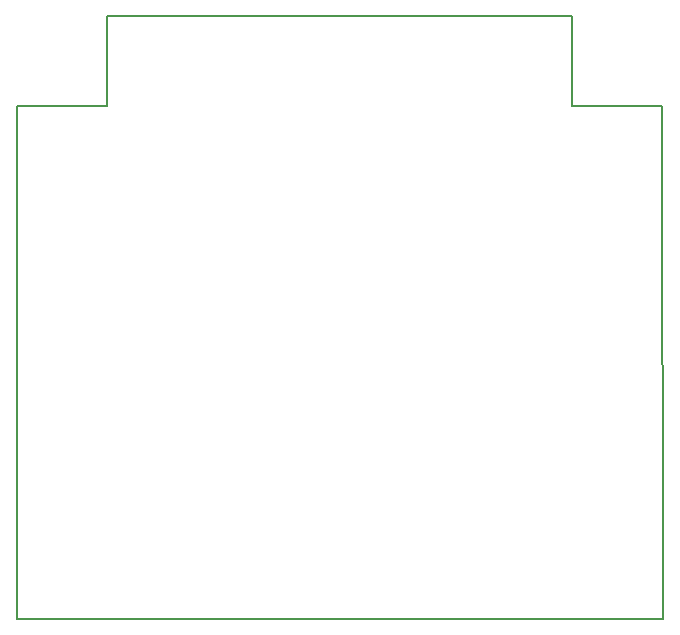
<source format=gbr>
G04 #@! TF.GenerationSoftware,KiCad,Pcbnew,(5.1.5-0-10_14)*
G04 #@! TF.CreationDate,2020-04-25T21:08:45+01:00*
G04 #@! TF.ProjectId,GlassBlower,476c6173-7342-46c6-9f77-65722e6b6963,rev?*
G04 #@! TF.SameCoordinates,Original*
G04 #@! TF.FileFunction,Profile,NP*
%FSLAX46Y46*%
G04 Gerber Fmt 4.6, Leading zero omitted, Abs format (unit mm)*
G04 Created by KiCad (PCBNEW (5.1.5-0-10_14)) date 2020-04-25 21:08:45*
%MOMM*%
%LPD*%
G04 APERTURE LIST*
%ADD10C,0.150000*%
G04 APERTURE END LIST*
D10*
X171450000Y-52030000D02*
X171500000Y-95500000D01*
X163830000Y-52030000D02*
X171450000Y-52030000D01*
X163830000Y-44410000D02*
X163830000Y-52030000D01*
X124460000Y-44410000D02*
X163830000Y-44410000D01*
X124460000Y-52030000D02*
X124460000Y-44410000D01*
X116840000Y-52030000D02*
X124460000Y-52030000D01*
X116840000Y-95500000D02*
X116840000Y-52030000D01*
X171500000Y-95500000D02*
X116840000Y-95500000D01*
M02*

</source>
